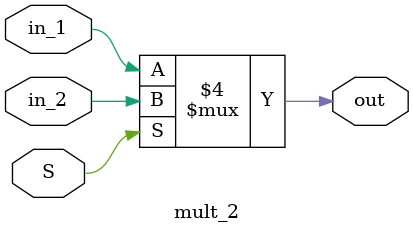
<source format=v>
module mult_2(
    input wire in_1, in_2, S,
    output reg out
);

always @*
begin
    if(S==0)
        out <= in_1;
    else
        out <= in_2;
end

endmodule
</source>
